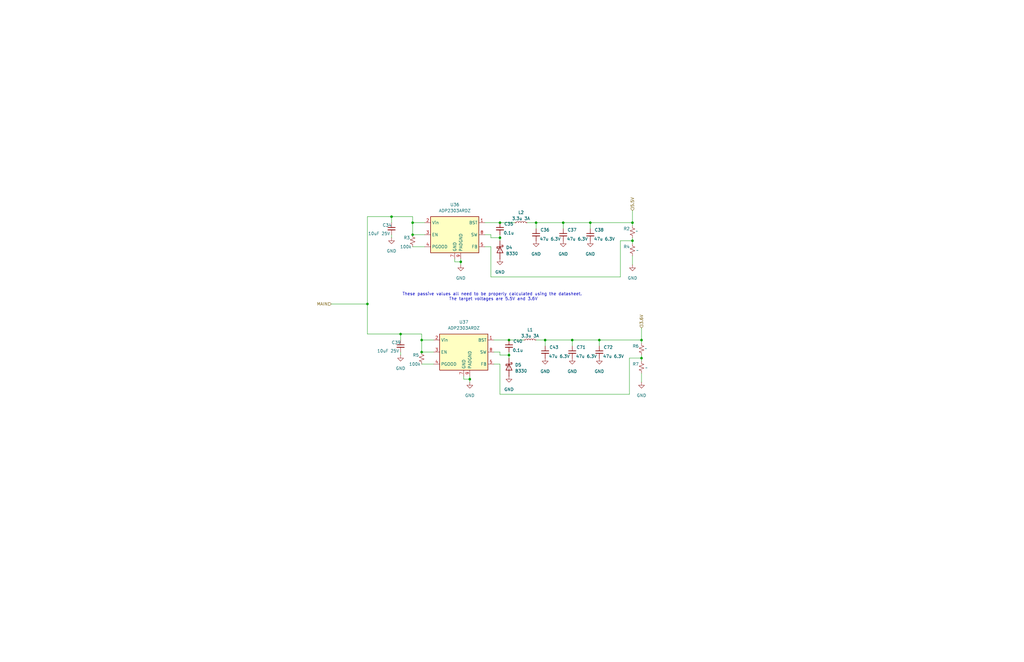
<source format=kicad_sch>
(kicad_sch
	(version 20250114)
	(generator "eeschema")
	(generator_version "9.0")
	(uuid "c493ce63-5f0e-4f7e-8352-532a4eb9255e")
	(paper "B")
	(title_block
		(title "Power Switching Regulators")
		(date "2026-01-02")
		(rev "0.-")
		(company "Andy McCann KA3KAF and Doug McCann KA3KAG")
	)
	(lib_symbols
		(symbol "Device:C_Small"
			(pin_numbers
				(hide yes)
			)
			(pin_names
				(offset 0.254)
				(hide yes)
			)
			(exclude_from_sim no)
			(in_bom yes)
			(on_board yes)
			(property "Reference" "C"
				(at 0.254 1.778 0)
				(effects
					(font
						(size 1.27 1.27)
					)
					(justify left)
				)
			)
			(property "Value" "C_Small"
				(at 0.254 -2.032 0)
				(effects
					(font
						(size 1.27 1.27)
					)
					(justify left)
				)
			)
			(property "Footprint" ""
				(at 0 0 0)
				(effects
					(font
						(size 1.27 1.27)
					)
					(hide yes)
				)
			)
			(property "Datasheet" "~"
				(at 0 0 0)
				(effects
					(font
						(size 1.27 1.27)
					)
					(hide yes)
				)
			)
			(property "Description" "Unpolarized capacitor, small symbol"
				(at 0 0 0)
				(effects
					(font
						(size 1.27 1.27)
					)
					(hide yes)
				)
			)
			(property "ki_keywords" "capacitor cap"
				(at 0 0 0)
				(effects
					(font
						(size 1.27 1.27)
					)
					(hide yes)
				)
			)
			(property "ki_fp_filters" "C_*"
				(at 0 0 0)
				(effects
					(font
						(size 1.27 1.27)
					)
					(hide yes)
				)
			)
			(symbol "C_Small_0_1"
				(polyline
					(pts
						(xy -1.524 0.508) (xy 1.524 0.508)
					)
					(stroke
						(width 0.3048)
						(type default)
					)
					(fill
						(type none)
					)
				)
				(polyline
					(pts
						(xy -1.524 -0.508) (xy 1.524 -0.508)
					)
					(stroke
						(width 0.3302)
						(type default)
					)
					(fill
						(type none)
					)
				)
			)
			(symbol "C_Small_1_1"
				(pin passive line
					(at 0 2.54 270)
					(length 2.032)
					(name "~"
						(effects
							(font
								(size 1.27 1.27)
							)
						)
					)
					(number "1"
						(effects
							(font
								(size 1.27 1.27)
							)
						)
					)
				)
				(pin passive line
					(at 0 -2.54 90)
					(length 2.032)
					(name "~"
						(effects
							(font
								(size 1.27 1.27)
							)
						)
					)
					(number "2"
						(effects
							(font
								(size 1.27 1.27)
							)
						)
					)
				)
			)
			(embedded_fonts no)
		)
		(symbol "Device:L_Small"
			(pin_numbers
				(hide yes)
			)
			(pin_names
				(offset 0.254)
				(hide yes)
			)
			(exclude_from_sim no)
			(in_bom yes)
			(on_board yes)
			(property "Reference" "L"
				(at 0.762 1.016 0)
				(effects
					(font
						(size 1.27 1.27)
					)
					(justify left)
				)
			)
			(property "Value" "L_Small"
				(at 0.762 -1.016 0)
				(effects
					(font
						(size 1.27 1.27)
					)
					(justify left)
				)
			)
			(property "Footprint" ""
				(at 0 0 0)
				(effects
					(font
						(size 1.27 1.27)
					)
					(hide yes)
				)
			)
			(property "Datasheet" "~"
				(at 0 0 0)
				(effects
					(font
						(size 1.27 1.27)
					)
					(hide yes)
				)
			)
			(property "Description" "Inductor, small symbol"
				(at 0 0 0)
				(effects
					(font
						(size 1.27 1.27)
					)
					(hide yes)
				)
			)
			(property "ki_keywords" "inductor choke coil reactor magnetic"
				(at 0 0 0)
				(effects
					(font
						(size 1.27 1.27)
					)
					(hide yes)
				)
			)
			(property "ki_fp_filters" "Choke_* *Coil* Inductor_* L_*"
				(at 0 0 0)
				(effects
					(font
						(size 1.27 1.27)
					)
					(hide yes)
				)
			)
			(symbol "L_Small_0_1"
				(arc
					(start 0 2.032)
					(mid 0.5058 1.524)
					(end 0 1.016)
					(stroke
						(width 0)
						(type default)
					)
					(fill
						(type none)
					)
				)
				(arc
					(start 0 1.016)
					(mid 0.5058 0.508)
					(end 0 0)
					(stroke
						(width 0)
						(type default)
					)
					(fill
						(type none)
					)
				)
				(arc
					(start 0 0)
					(mid 0.5058 -0.508)
					(end 0 -1.016)
					(stroke
						(width 0)
						(type default)
					)
					(fill
						(type none)
					)
				)
				(arc
					(start 0 -1.016)
					(mid 0.5058 -1.524)
					(end 0 -2.032)
					(stroke
						(width 0)
						(type default)
					)
					(fill
						(type none)
					)
				)
			)
			(symbol "L_Small_1_1"
				(pin passive line
					(at 0 2.54 270)
					(length 0.508)
					(name "~"
						(effects
							(font
								(size 1.27 1.27)
							)
						)
					)
					(number "1"
						(effects
							(font
								(size 1.27 1.27)
							)
						)
					)
				)
				(pin passive line
					(at 0 -2.54 90)
					(length 0.508)
					(name "~"
						(effects
							(font
								(size 1.27 1.27)
							)
						)
					)
					(number "2"
						(effects
							(font
								(size 1.27 1.27)
							)
						)
					)
				)
			)
			(embedded_fonts no)
		)
		(symbol "Device:R_Small_US"
			(pin_numbers
				(hide yes)
			)
			(pin_names
				(offset 0.254)
				(hide yes)
			)
			(exclude_from_sim no)
			(in_bom yes)
			(on_board yes)
			(property "Reference" "R"
				(at 0.762 0.508 0)
				(effects
					(font
						(size 1.27 1.27)
					)
					(justify left)
				)
			)
			(property "Value" "R_Small_US"
				(at 0.762 -1.016 0)
				(effects
					(font
						(size 1.27 1.27)
					)
					(justify left)
				)
			)
			(property "Footprint" ""
				(at 0 0 0)
				(effects
					(font
						(size 1.27 1.27)
					)
					(hide yes)
				)
			)
			(property "Datasheet" "~"
				(at 0 0 0)
				(effects
					(font
						(size 1.27 1.27)
					)
					(hide yes)
				)
			)
			(property "Description" "Resistor, small US symbol"
				(at 0 0 0)
				(effects
					(font
						(size 1.27 1.27)
					)
					(hide yes)
				)
			)
			(property "ki_keywords" "r resistor"
				(at 0 0 0)
				(effects
					(font
						(size 1.27 1.27)
					)
					(hide yes)
				)
			)
			(property "ki_fp_filters" "R_*"
				(at 0 0 0)
				(effects
					(font
						(size 1.27 1.27)
					)
					(hide yes)
				)
			)
			(symbol "R_Small_US_1_1"
				(polyline
					(pts
						(xy 0 1.524) (xy 1.016 1.143) (xy 0 0.762) (xy -1.016 0.381) (xy 0 0)
					)
					(stroke
						(width 0)
						(type default)
					)
					(fill
						(type none)
					)
				)
				(polyline
					(pts
						(xy 0 0) (xy 1.016 -0.381) (xy 0 -0.762) (xy -1.016 -1.143) (xy 0 -1.524)
					)
					(stroke
						(width 0)
						(type default)
					)
					(fill
						(type none)
					)
				)
				(pin passive line
					(at 0 2.54 270)
					(length 1.016)
					(name "~"
						(effects
							(font
								(size 1.27 1.27)
							)
						)
					)
					(number "1"
						(effects
							(font
								(size 1.27 1.27)
							)
						)
					)
				)
				(pin passive line
					(at 0 -2.54 90)
					(length 1.016)
					(name "~"
						(effects
							(font
								(size 1.27 1.27)
							)
						)
					)
					(number "2"
						(effects
							(font
								(size 1.27 1.27)
							)
						)
					)
				)
			)
			(embedded_fonts no)
		)
		(symbol "Diode:B330"
			(pin_numbers
				(hide yes)
			)
			(pin_names
				(offset 1.016)
				(hide yes)
			)
			(exclude_from_sim no)
			(in_bom yes)
			(on_board yes)
			(property "Reference" "D"
				(at 0 2.54 0)
				(effects
					(font
						(size 1.27 1.27)
					)
				)
			)
			(property "Value" "B330"
				(at 0 -2.54 0)
				(effects
					(font
						(size 1.27 1.27)
					)
				)
			)
			(property "Footprint" "Diode_SMD:D_SMC"
				(at 0 -4.445 0)
				(effects
					(font
						(size 1.27 1.27)
					)
					(hide yes)
				)
			)
			(property "Datasheet" "http://www.jameco.com/Jameco/Products/ProdDS/1538777.pdf"
				(at 0 0 0)
				(effects
					(font
						(size 1.27 1.27)
					)
					(hide yes)
				)
			)
			(property "Description" "30V 3A Schottky Barrier Rectifier Diode, SMC"
				(at 0 0 0)
				(effects
					(font
						(size 1.27 1.27)
					)
					(hide yes)
				)
			)
			(property "ki_keywords" "diode Schottky"
				(at 0 0 0)
				(effects
					(font
						(size 1.27 1.27)
					)
					(hide yes)
				)
			)
			(property "ki_fp_filters" "D*SMC*"
				(at 0 0 0)
				(effects
					(font
						(size 1.27 1.27)
					)
					(hide yes)
				)
			)
			(symbol "B330_0_1"
				(polyline
					(pts
						(xy -1.905 0.635) (xy -1.905 1.27) (xy -1.27 1.27) (xy -1.27 -1.27) (xy -0.635 -1.27) (xy -0.635 -0.635)
					)
					(stroke
						(width 0.254)
						(type default)
					)
					(fill
						(type none)
					)
				)
				(polyline
					(pts
						(xy 1.27 1.27) (xy 1.27 -1.27) (xy -1.27 0) (xy 1.27 1.27)
					)
					(stroke
						(width 0.254)
						(type default)
					)
					(fill
						(type none)
					)
				)
				(polyline
					(pts
						(xy 1.27 0) (xy -1.27 0)
					)
					(stroke
						(width 0)
						(type default)
					)
					(fill
						(type none)
					)
				)
			)
			(symbol "B330_1_1"
				(pin passive line
					(at -3.81 0 0)
					(length 2.54)
					(name "K"
						(effects
							(font
								(size 1.27 1.27)
							)
						)
					)
					(number "1"
						(effects
							(font
								(size 1.27 1.27)
							)
						)
					)
				)
				(pin passive line
					(at 3.81 0 180)
					(length 2.54)
					(name "A"
						(effects
							(font
								(size 1.27 1.27)
							)
						)
					)
					(number "2"
						(effects
							(font
								(size 1.27 1.27)
							)
						)
					)
				)
			)
			(embedded_fonts no)
		)
		(symbol "Regulator_Switching:ADP2303ARDZ"
			(exclude_from_sim no)
			(in_bom yes)
			(on_board yes)
			(property "Reference" "U"
				(at -10.16 8.89 0)
				(effects
					(font
						(size 1.27 1.27)
					)
					(justify left)
				)
			)
			(property "Value" "ADP2303ARDZ"
				(at -3.81 8.89 0)
				(effects
					(font
						(size 1.27 1.27)
					)
					(justify left)
				)
			)
			(property "Footprint" "Package_SO:SOIC-8-1EP_3.9x4.9mm_P1.27mm_EP2.29x3mm"
				(at 3.81 -8.89 0)
				(effects
					(font
						(size 1.27 1.27)
					)
					(justify left)
					(hide yes)
				)
			)
			(property "Datasheet" "https://www.analog.com/media/en/technical-documentation/data-sheets/ADP2302_2303.pdf"
				(at -5.08 15.24 0)
				(effects
					(font
						(size 1.27 1.27)
					)
					(hide yes)
				)
			)
			(property "Description" "Nonsynchronous Step-Down Regulator 3 Amp Vout Adjustable SOIC-8"
				(at 0 0 0)
				(effects
					(font
						(size 1.27 1.27)
					)
					(hide yes)
				)
			)
			(property "ki_keywords" "Step-Down Regulator"
				(at 0 0 0)
				(effects
					(font
						(size 1.27 1.27)
					)
					(hide yes)
				)
			)
			(property "ki_fp_filters" "SOIC*1EP*3.9x4.9mm*P1.27mm*"
				(at 0 0 0)
				(effects
					(font
						(size 1.27 1.27)
					)
					(hide yes)
				)
			)
			(symbol "ADP2303ARDZ_0_1"
				(rectangle
					(start -10.16 7.62)
					(end 10.16 -7.62)
					(stroke
						(width 0.254)
						(type default)
					)
					(fill
						(type background)
					)
				)
			)
			(symbol "ADP2303ARDZ_1_1"
				(pin power_in line
					(at -12.7 5.08 0)
					(length 2.54)
					(name "Vin"
						(effects
							(font
								(size 1.27 1.27)
							)
						)
					)
					(number "2"
						(effects
							(font
								(size 1.27 1.27)
							)
						)
					)
				)
				(pin input line
					(at -12.7 0 0)
					(length 2.54)
					(name "EN"
						(effects
							(font
								(size 1.27 1.27)
							)
						)
					)
					(number "3"
						(effects
							(font
								(size 1.27 1.27)
							)
						)
					)
				)
				(pin output line
					(at -12.7 -5.08 0)
					(length 2.54)
					(name "PGOOD"
						(effects
							(font
								(size 1.27 1.27)
							)
						)
					)
					(number "4"
						(effects
							(font
								(size 1.27 1.27)
							)
						)
					)
				)
				(pin no_connect line
					(at -10.16 2.54 0)
					(length 2.54)
					(hide yes)
					(name "NC"
						(effects
							(font
								(size 1.27 1.27)
							)
						)
					)
					(number "6"
						(effects
							(font
								(size 1.27 1.27)
							)
						)
					)
				)
				(pin power_in line
					(at 0 -10.16 90)
					(length 2.54)
					(name "GND"
						(effects
							(font
								(size 1.27 1.27)
							)
						)
					)
					(number "7"
						(effects
							(font
								(size 1.27 1.27)
							)
						)
					)
				)
				(pin power_in line
					(at 2.54 -10.16 90)
					(length 2.54)
					(name "PADGND"
						(effects
							(font
								(size 1.27 1.27)
							)
						)
					)
					(number "9"
						(effects
							(font
								(size 1.27 1.27)
							)
						)
					)
				)
				(pin input line
					(at 12.7 5.08 180)
					(length 2.54)
					(name "BST"
						(effects
							(font
								(size 1.27 1.27)
							)
						)
					)
					(number "1"
						(effects
							(font
								(size 1.27 1.27)
							)
						)
					)
				)
				(pin power_out line
					(at 12.7 0 180)
					(length 2.54)
					(name "SW"
						(effects
							(font
								(size 1.27 1.27)
							)
						)
					)
					(number "8"
						(effects
							(font
								(size 1.27 1.27)
							)
						)
					)
				)
				(pin input line
					(at 12.7 -5.08 180)
					(length 2.54)
					(name "FB"
						(effects
							(font
								(size 1.27 1.27)
							)
						)
					)
					(number "5"
						(effects
							(font
								(size 1.27 1.27)
							)
						)
					)
				)
			)
			(embedded_fonts no)
		)
		(symbol "power:GND"
			(power)
			(pin_numbers
				(hide yes)
			)
			(pin_names
				(offset 0)
				(hide yes)
			)
			(exclude_from_sim no)
			(in_bom yes)
			(on_board yes)
			(property "Reference" "#PWR"
				(at 0 -6.35 0)
				(effects
					(font
						(size 1.27 1.27)
					)
					(hide yes)
				)
			)
			(property "Value" "GND"
				(at 0 -3.81 0)
				(effects
					(font
						(size 1.27 1.27)
					)
				)
			)
			(property "Footprint" ""
				(at 0 0 0)
				(effects
					(font
						(size 1.27 1.27)
					)
					(hide yes)
				)
			)
			(property "Datasheet" ""
				(at 0 0 0)
				(effects
					(font
						(size 1.27 1.27)
					)
					(hide yes)
				)
			)
			(property "Description" "Power symbol creates a global label with name \"GND\" , ground"
				(at 0 0 0)
				(effects
					(font
						(size 1.27 1.27)
					)
					(hide yes)
				)
			)
			(property "ki_keywords" "global power"
				(at 0 0 0)
				(effects
					(font
						(size 1.27 1.27)
					)
					(hide yes)
				)
			)
			(symbol "GND_0_1"
				(polyline
					(pts
						(xy 0 0) (xy 0 -1.27) (xy 1.27 -1.27) (xy 0 -2.54) (xy -1.27 -1.27) (xy 0 -1.27)
					)
					(stroke
						(width 0)
						(type default)
					)
					(fill
						(type none)
					)
				)
			)
			(symbol "GND_1_1"
				(pin power_in line
					(at 0 0 270)
					(length 0)
					(name "~"
						(effects
							(font
								(size 1.27 1.27)
							)
						)
					)
					(number "1"
						(effects
							(font
								(size 1.27 1.27)
							)
						)
					)
				)
			)
			(embedded_fonts no)
		)
	)
	(text "These passive values all need to be properly calculated using the datasheet. \nThe target voltages are 5.5V and 3.6V"
		(exclude_from_sim no)
		(at 208.026 125.222 0)
		(effects
			(font
				(size 1.27 1.27)
			)
		)
		(uuid "937b0bfe-3a68-481d-81ef-3e05c009b74c")
	)
	(junction
		(at 266.7 101.6)
		(diameter 0)
		(color 0 0 0 0)
		(uuid "13c7228e-e9d4-4f74-847a-8a7b4d7f0f4e")
	)
	(junction
		(at 210.82 100.33)
		(diameter 0)
		(color 0 0 0 0)
		(uuid "33ce84da-1501-434f-a06b-3a20ecec4f3e")
	)
	(junction
		(at 229.87 143.51)
		(diameter 0)
		(color 0 0 0 0)
		(uuid "35ada53f-2c8d-43e0-b3c1-c28d4dd85159")
	)
	(junction
		(at 154.94 128.27)
		(diameter 0)
		(color 0 0 0 0)
		(uuid "39c6a90a-14ca-47fb-9f91-340a84a54535")
	)
	(junction
		(at 270.51 143.51)
		(diameter 0)
		(color 0 0 0 0)
		(uuid "4162ceef-5fcb-437e-aa17-616a1c8b97f3")
	)
	(junction
		(at 168.91 140.97)
		(diameter 0)
		(color 0 0 0 0)
		(uuid "4c9d9bb1-6592-446f-9b6f-64dc3592bf9d")
	)
	(junction
		(at 252.73 143.51)
		(diameter 0)
		(color 0 0 0 0)
		(uuid "4de9d599-203a-4894-aa03-9fcecb31d0c3")
	)
	(junction
		(at 198.12 160.02)
		(diameter 0)
		(color 0 0 0 0)
		(uuid "55a648c7-cdf3-4f06-81eb-51416e9992ec")
	)
	(junction
		(at 173.99 99.06)
		(diameter 0)
		(color 0 0 0 0)
		(uuid "60249ca7-54c1-4963-8ded-3774f2a57146")
	)
	(junction
		(at 248.92 93.98)
		(diameter 0)
		(color 0 0 0 0)
		(uuid "6db3dce5-1b29-4f00-8870-0f4a4719bce1")
	)
	(junction
		(at 214.63 143.51)
		(diameter 0)
		(color 0 0 0 0)
		(uuid "6e16611c-43de-43c8-adc1-0112978898b3")
	)
	(junction
		(at 173.99 93.98)
		(diameter 0)
		(color 0 0 0 0)
		(uuid "71284ae6-0a5d-418c-96f2-57d453b112cb")
	)
	(junction
		(at 266.7 93.98)
		(diameter 0)
		(color 0 0 0 0)
		(uuid "8c2f99a3-6883-4759-b916-31ec12aded66")
	)
	(junction
		(at 241.3 143.51)
		(diameter 0)
		(color 0 0 0 0)
		(uuid "95fb8c79-79fd-4c5d-9120-6e0de818657d")
	)
	(junction
		(at 226.06 93.98)
		(diameter 0)
		(color 0 0 0 0)
		(uuid "965cdb01-6a68-4c0a-9e36-6798f0b7316e")
	)
	(junction
		(at 177.8 148.59)
		(diameter 0)
		(color 0 0 0 0)
		(uuid "9b066f3d-0840-4ca5-83e6-c428cde7357b")
	)
	(junction
		(at 214.63 149.86)
		(diameter 0)
		(color 0 0 0 0)
		(uuid "aa6a2b5e-25df-4c58-ac92-6388582c53a1")
	)
	(junction
		(at 270.51 151.13)
		(diameter 0)
		(color 0 0 0 0)
		(uuid "c80fef79-6970-4b61-a08d-e8885ffd3ac2")
	)
	(junction
		(at 165.1 91.44)
		(diameter 0)
		(color 0 0 0 0)
		(uuid "d0fd3fc5-05af-4da6-bbb1-13f1602cdc42")
	)
	(junction
		(at 177.8 143.51)
		(diameter 0)
		(color 0 0 0 0)
		(uuid "d5c5cb85-f345-4b5d-93df-859758085e5a")
	)
	(junction
		(at 237.49 93.98)
		(diameter 0)
		(color 0 0 0 0)
		(uuid "dc8a0fc9-3b34-4b9c-9c01-240dd8d57c66")
	)
	(junction
		(at 210.82 93.98)
		(diameter 0)
		(color 0 0 0 0)
		(uuid "e9d729b1-f5ff-4d21-8c55-932e4e75e377")
	)
	(junction
		(at 194.31 110.49)
		(diameter 0)
		(color 0 0 0 0)
		(uuid "fb37b6fd-4e2a-4423-be91-28f4aefe11df")
	)
	(wire
		(pts
			(xy 270.51 144.78) (xy 270.51 143.51)
		)
		(stroke
			(width 0)
			(type default)
		)
		(uuid "0cec8d05-7551-4bd2-9927-b2c88f074c15")
	)
	(wire
		(pts
			(xy 270.51 157.48) (xy 270.51 161.29)
		)
		(stroke
			(width 0)
			(type default)
		)
		(uuid "10f36fb6-29a4-440c-9eed-bdd3fee1f864")
	)
	(wire
		(pts
			(xy 210.82 149.86) (xy 214.63 149.86)
		)
		(stroke
			(width 0)
			(type default)
		)
		(uuid "115f5181-0d2f-442e-98ef-f31647a4cf4e")
	)
	(wire
		(pts
			(xy 177.8 140.97) (xy 177.8 143.51)
		)
		(stroke
			(width 0)
			(type default)
		)
		(uuid "11935cb7-c2d9-43d5-adf3-3f36b83f655d")
	)
	(wire
		(pts
			(xy 194.31 110.49) (xy 194.31 111.76)
		)
		(stroke
			(width 0)
			(type default)
		)
		(uuid "147b61f6-fd92-477e-8116-4d312fbfded9")
	)
	(wire
		(pts
			(xy 154.94 128.27) (xy 154.94 91.44)
		)
		(stroke
			(width 0)
			(type default)
		)
		(uuid "1a04c5db-6b5d-461a-82d3-357f98766064")
	)
	(wire
		(pts
			(xy 195.58 158.75) (xy 195.58 160.02)
		)
		(stroke
			(width 0)
			(type default)
		)
		(uuid "1d06b431-a1b9-4408-987d-e2d38188b80d")
	)
	(wire
		(pts
			(xy 214.63 151.13) (xy 214.63 149.86)
		)
		(stroke
			(width 0)
			(type default)
		)
		(uuid "247e011d-f1ef-4032-a17a-bac874594fd0")
	)
	(wire
		(pts
			(xy 165.1 99.06) (xy 165.1 100.33)
		)
		(stroke
			(width 0)
			(type default)
		)
		(uuid "2b25f431-97c9-45b2-a927-a3d631b0d874")
	)
	(wire
		(pts
			(xy 210.82 93.98) (xy 217.17 93.98)
		)
		(stroke
			(width 0)
			(type default)
		)
		(uuid "2dc34e3a-b1ed-4938-bb61-bf28a0e954ee")
	)
	(wire
		(pts
			(xy 210.82 101.6) (xy 210.82 100.33)
		)
		(stroke
			(width 0)
			(type default)
		)
		(uuid "31006368-d204-4f41-b432-69ab949f6442")
	)
	(wire
		(pts
			(xy 177.8 148.59) (xy 177.8 143.51)
		)
		(stroke
			(width 0)
			(type default)
		)
		(uuid "35f8c7ec-d456-48e2-a143-04b3df27d492")
	)
	(wire
		(pts
			(xy 198.12 160.02) (xy 198.12 161.29)
		)
		(stroke
			(width 0)
			(type default)
		)
		(uuid "39ed6d01-0431-45c5-9199-323461094789")
	)
	(wire
		(pts
			(xy 266.7 88.9) (xy 266.7 93.98)
		)
		(stroke
			(width 0)
			(type default)
		)
		(uuid "3db240a7-528e-4631-bed2-c35612f80ebc")
	)
	(wire
		(pts
			(xy 266.7 95.25) (xy 266.7 93.98)
		)
		(stroke
			(width 0)
			(type default)
		)
		(uuid "4ce7cb7f-ea70-49dc-b7f9-6622ba54753b")
	)
	(wire
		(pts
			(xy 207.01 116.84) (xy 207.01 104.14)
		)
		(stroke
			(width 0)
			(type default)
		)
		(uuid "4dcea5fd-c069-49c1-bdf3-bfcb885c2dba")
	)
	(wire
		(pts
			(xy 265.43 166.37) (xy 265.43 151.13)
		)
		(stroke
			(width 0)
			(type default)
		)
		(uuid "4e567600-10b0-45f0-9961-c554e392cf81")
	)
	(wire
		(pts
			(xy 173.99 93.98) (xy 179.07 93.98)
		)
		(stroke
			(width 0)
			(type default)
		)
		(uuid "5038b59c-2969-48b3-929e-17f297729448")
	)
	(wire
		(pts
			(xy 177.8 140.97) (xy 168.91 140.97)
		)
		(stroke
			(width 0)
			(type default)
		)
		(uuid "521710af-db5b-41a6-8870-fc2175311e15")
	)
	(wire
		(pts
			(xy 226.06 143.51) (xy 229.87 143.51)
		)
		(stroke
			(width 0)
			(type default)
		)
		(uuid "5280f8d2-d2cc-4bfd-9989-64669e402d10")
	)
	(wire
		(pts
			(xy 154.94 128.27) (xy 139.7 128.27)
		)
		(stroke
			(width 0)
			(type default)
		)
		(uuid "56653b83-4f2a-4dc1-9d7f-70366c49d475")
	)
	(wire
		(pts
			(xy 208.28 143.51) (xy 214.63 143.51)
		)
		(stroke
			(width 0)
			(type default)
		)
		(uuid "5ace8008-90c4-48ef-9cfa-0ae251b4f4e9")
	)
	(wire
		(pts
			(xy 270.51 151.13) (xy 270.51 152.4)
		)
		(stroke
			(width 0)
			(type default)
		)
		(uuid "5d9b3c1b-267f-42a8-8dfa-16265e4b8bb6")
	)
	(wire
		(pts
			(xy 248.92 93.98) (xy 248.92 96.52)
		)
		(stroke
			(width 0)
			(type default)
		)
		(uuid "5ff1a282-3cbd-462b-9ca9-bb44f628ae49")
	)
	(wire
		(pts
			(xy 207.01 104.14) (xy 204.47 104.14)
		)
		(stroke
			(width 0)
			(type default)
		)
		(uuid "648edf10-cb5b-459b-a4e0-ef483d71d7d5")
	)
	(wire
		(pts
			(xy 237.49 93.98) (xy 248.92 93.98)
		)
		(stroke
			(width 0)
			(type default)
		)
		(uuid "68aa73fb-791d-4930-940a-c9f0d7b0cb0c")
	)
	(wire
		(pts
			(xy 173.99 91.44) (xy 165.1 91.44)
		)
		(stroke
			(width 0)
			(type default)
		)
		(uuid "6a2092d9-6cfa-427e-8e6d-5c6c867a5cb4")
	)
	(wire
		(pts
			(xy 168.91 148.59) (xy 168.91 149.86)
		)
		(stroke
			(width 0)
			(type default)
		)
		(uuid "6a293fc2-deb7-4c66-8cdb-930e5f11803c")
	)
	(wire
		(pts
			(xy 173.99 104.14) (xy 179.07 104.14)
		)
		(stroke
			(width 0)
			(type default)
		)
		(uuid "6bac9692-38a7-4012-acfd-322fd7f31cd2")
	)
	(wire
		(pts
			(xy 265.43 151.13) (xy 270.51 151.13)
		)
		(stroke
			(width 0)
			(type default)
		)
		(uuid "6c18b2b4-3bcc-48b4-ac20-2661b4115a9a")
	)
	(wire
		(pts
			(xy 270.51 138.43) (xy 270.51 143.51)
		)
		(stroke
			(width 0)
			(type default)
		)
		(uuid "6d354223-7008-45d4-adfd-939bc5cdc896")
	)
	(wire
		(pts
			(xy 177.8 148.59) (xy 182.88 148.59)
		)
		(stroke
			(width 0)
			(type default)
		)
		(uuid "6f874414-c3eb-44fd-bca3-eee67b0256ac")
	)
	(wire
		(pts
			(xy 241.3 143.51) (xy 241.3 146.05)
		)
		(stroke
			(width 0)
			(type default)
		)
		(uuid "756ec05e-d0eb-4be8-ae52-840cdfa8fb1c")
	)
	(wire
		(pts
			(xy 210.82 166.37) (xy 210.82 153.67)
		)
		(stroke
			(width 0)
			(type default)
		)
		(uuid "7ddf69e9-4346-471f-8129-23c40345ab43")
	)
	(wire
		(pts
			(xy 266.7 101.6) (xy 266.7 102.87)
		)
		(stroke
			(width 0)
			(type default)
		)
		(uuid "83393978-5624-4bff-a75e-e9f69b69aa2e")
	)
	(wire
		(pts
			(xy 266.7 93.98) (xy 248.92 93.98)
		)
		(stroke
			(width 0)
			(type default)
		)
		(uuid "83f7d4c8-b258-4926-8f39-2ca4d29a0556")
	)
	(wire
		(pts
			(xy 229.87 143.51) (xy 229.87 146.05)
		)
		(stroke
			(width 0)
			(type default)
		)
		(uuid "88596260-2b0e-4a26-b225-32ca9bf3a790")
	)
	(wire
		(pts
			(xy 270.51 143.51) (xy 252.73 143.51)
		)
		(stroke
			(width 0)
			(type default)
		)
		(uuid "88d2de7e-788c-450e-8b4c-ae98fa5fa9e5")
	)
	(wire
		(pts
			(xy 168.91 140.97) (xy 154.94 140.97)
		)
		(stroke
			(width 0)
			(type default)
		)
		(uuid "8b1bcdd0-df56-4b0d-bb45-b6d9f28bcd73")
	)
	(wire
		(pts
			(xy 173.99 99.06) (xy 179.07 99.06)
		)
		(stroke
			(width 0)
			(type default)
		)
		(uuid "8ed3966d-4f9f-45fd-a238-302bfe9e7836")
	)
	(wire
		(pts
			(xy 214.63 143.51) (xy 220.98 143.51)
		)
		(stroke
			(width 0)
			(type default)
		)
		(uuid "97ca6fb9-7716-45d5-91b7-917332cb1308")
	)
	(wire
		(pts
			(xy 154.94 140.97) (xy 154.94 128.27)
		)
		(stroke
			(width 0)
			(type default)
		)
		(uuid "9871d07e-0d06-4f2e-8cc9-e8103aaabbb9")
	)
	(wire
		(pts
			(xy 226.06 93.98) (xy 226.06 96.52)
		)
		(stroke
			(width 0)
			(type default)
		)
		(uuid "9ee484bf-9bb4-4af8-96b0-f73073e83366")
	)
	(wire
		(pts
			(xy 198.12 158.75) (xy 198.12 160.02)
		)
		(stroke
			(width 0)
			(type default)
		)
		(uuid "a0c6b847-6cae-48bc-bbb0-8a6f768877e7")
	)
	(wire
		(pts
			(xy 208.28 148.59) (xy 210.82 148.59)
		)
		(stroke
			(width 0)
			(type default)
		)
		(uuid "a14dc141-6bee-427b-8ecc-a568d186ac01")
	)
	(wire
		(pts
			(xy 204.47 99.06) (xy 207.01 99.06)
		)
		(stroke
			(width 0)
			(type default)
		)
		(uuid "a36e7742-f22b-4a3a-a39b-d32c5ab866cc")
	)
	(wire
		(pts
			(xy 207.01 116.84) (xy 261.62 116.84)
		)
		(stroke
			(width 0)
			(type default)
		)
		(uuid "a3c88822-17aa-426f-a548-0077c84a4c09")
	)
	(wire
		(pts
			(xy 207.01 100.33) (xy 210.82 100.33)
		)
		(stroke
			(width 0)
			(type default)
		)
		(uuid "a92c9c8d-e65f-4878-a773-bf460f263085")
	)
	(wire
		(pts
			(xy 270.51 149.86) (xy 270.51 151.13)
		)
		(stroke
			(width 0)
			(type default)
		)
		(uuid "aecddf2b-b92b-4b17-8965-f5a73f086eed")
	)
	(wire
		(pts
			(xy 229.87 143.51) (xy 241.3 143.51)
		)
		(stroke
			(width 0)
			(type default)
		)
		(uuid "b052716f-3e48-4a32-942a-15620de2395f")
	)
	(wire
		(pts
			(xy 241.3 143.51) (xy 252.73 143.51)
		)
		(stroke
			(width 0)
			(type default)
		)
		(uuid "b334bb00-3ea7-4fc9-93c4-e8efc91ec78d")
	)
	(wire
		(pts
			(xy 194.31 109.22) (xy 194.31 110.49)
		)
		(stroke
			(width 0)
			(type default)
		)
		(uuid "b550bda9-6b37-4aac-ae26-bc785535dcb0")
	)
	(wire
		(pts
			(xy 237.49 93.98) (xy 237.49 96.52)
		)
		(stroke
			(width 0)
			(type default)
		)
		(uuid "b9324f87-c5d0-4aee-a986-a8e4c9f81d47")
	)
	(wire
		(pts
			(xy 252.73 143.51) (xy 252.73 146.05)
		)
		(stroke
			(width 0)
			(type default)
		)
		(uuid "bc9a5bce-7141-4682-9c1e-73a1cdfe7795")
	)
	(wire
		(pts
			(xy 191.77 109.22) (xy 191.77 110.49)
		)
		(stroke
			(width 0)
			(type default)
		)
		(uuid "bd0fe050-f0ba-4fc7-aca6-1b58041bf235")
	)
	(wire
		(pts
			(xy 226.06 93.98) (xy 237.49 93.98)
		)
		(stroke
			(width 0)
			(type default)
		)
		(uuid "c77de0dc-f001-4652-a899-aa3f92b159fe")
	)
	(wire
		(pts
			(xy 210.82 153.67) (xy 208.28 153.67)
		)
		(stroke
			(width 0)
			(type default)
		)
		(uuid "c83fede2-8d3f-4221-894c-1995d28389e6")
	)
	(wire
		(pts
			(xy 173.99 99.06) (xy 173.99 93.98)
		)
		(stroke
			(width 0)
			(type default)
		)
		(uuid "c93fcae5-5d2a-4d53-b274-f8cff1b802fb")
	)
	(wire
		(pts
			(xy 165.1 91.44) (xy 165.1 93.98)
		)
		(stroke
			(width 0)
			(type default)
		)
		(uuid "cae61709-648f-4f49-bb8b-a225ca43800a")
	)
	(wire
		(pts
			(xy 154.94 91.44) (xy 165.1 91.44)
		)
		(stroke
			(width 0)
			(type default)
		)
		(uuid "d1970431-d898-425b-affe-2dff676b4f73")
	)
	(wire
		(pts
			(xy 168.91 140.97) (xy 168.91 143.51)
		)
		(stroke
			(width 0)
			(type default)
		)
		(uuid "d8007e3a-8285-4d47-b486-835044b0f92d")
	)
	(wire
		(pts
			(xy 266.7 100.33) (xy 266.7 101.6)
		)
		(stroke
			(width 0)
			(type default)
		)
		(uuid "d9437c17-8258-480d-9217-35cd7decf110")
	)
	(wire
		(pts
			(xy 173.99 91.44) (xy 173.99 93.98)
		)
		(stroke
			(width 0)
			(type default)
		)
		(uuid "d9e56d63-0240-48e9-9059-257f8f0c3279")
	)
	(wire
		(pts
			(xy 214.63 149.86) (xy 214.63 148.59)
		)
		(stroke
			(width 0)
			(type default)
		)
		(uuid "da558103-312a-4628-97fc-51336557e2e7")
	)
	(wire
		(pts
			(xy 261.62 116.84) (xy 261.62 101.6)
		)
		(stroke
			(width 0)
			(type default)
		)
		(uuid "e0485338-089c-4920-99df-5580635b0689")
	)
	(wire
		(pts
			(xy 177.8 153.67) (xy 182.88 153.67)
		)
		(stroke
			(width 0)
			(type default)
		)
		(uuid "e614aa06-5863-431b-97a8-e4674ff45edc")
	)
	(wire
		(pts
			(xy 198.12 160.02) (xy 195.58 160.02)
		)
		(stroke
			(width 0)
			(type default)
		)
		(uuid "e6d07281-8c22-4a87-b78a-d8bd354fd90c")
	)
	(wire
		(pts
			(xy 194.31 110.49) (xy 191.77 110.49)
		)
		(stroke
			(width 0)
			(type default)
		)
		(uuid "eb26826c-4a6d-4953-add0-fdf97f6bdaef")
	)
	(wire
		(pts
			(xy 222.25 93.98) (xy 226.06 93.98)
		)
		(stroke
			(width 0)
			(type default)
		)
		(uuid "ec4ca521-0c1b-4183-9d2b-fdf1fbc610b2")
	)
	(wire
		(pts
			(xy 207.01 99.06) (xy 207.01 100.33)
		)
		(stroke
			(width 0)
			(type default)
		)
		(uuid "ece5268e-b2c3-42c8-a998-e1df1cf358b8")
	)
	(wire
		(pts
			(xy 204.47 93.98) (xy 210.82 93.98)
		)
		(stroke
			(width 0)
			(type default)
		)
		(uuid "edafbba5-8fc2-4d18-88f0-0eba0c547346")
	)
	(wire
		(pts
			(xy 210.82 148.59) (xy 210.82 149.86)
		)
		(stroke
			(width 0)
			(type default)
		)
		(uuid "ef08bf38-42ea-49cc-8818-ade3ceb24689")
	)
	(wire
		(pts
			(xy 210.82 166.37) (xy 265.43 166.37)
		)
		(stroke
			(width 0)
			(type default)
		)
		(uuid "f13a4e8d-d981-4528-af66-f5d9dc13e482")
	)
	(wire
		(pts
			(xy 261.62 101.6) (xy 266.7 101.6)
		)
		(stroke
			(width 0)
			(type default)
		)
		(uuid "f25ca5a0-2337-434a-824a-250fa33d023a")
	)
	(wire
		(pts
			(xy 266.7 107.95) (xy 266.7 111.76)
		)
		(stroke
			(width 0)
			(type default)
		)
		(uuid "f7239aca-e2b7-4167-bea8-c45dd738bdad")
	)
	(wire
		(pts
			(xy 177.8 143.51) (xy 182.88 143.51)
		)
		(stroke
			(width 0)
			(type default)
		)
		(uuid "fb3b27a2-501c-47b2-9524-0be2272b7f04")
	)
	(wire
		(pts
			(xy 210.82 100.33) (xy 210.82 99.06)
		)
		(stroke
			(width 0)
			(type default)
		)
		(uuid "fffcf4e1-a190-4769-8eab-91e0f7f8174e")
	)
	(hierarchical_label "MAIN"
		(shape input)
		(at 139.7 128.27 180)
		(effects
			(font
				(size 1.27 1.27)
			)
			(justify right)
		)
		(uuid "2db21e4d-1f28-46ef-ab88-b7cf62e90ce3")
	)
	(hierarchical_label "3.6V"
		(shape input)
		(at 270.51 138.43 90)
		(effects
			(font
				(size 1.27 1.27)
			)
			(justify left)
		)
		(uuid "40970cb5-6f4d-48ae-a851-8f13db136c1f")
	)
	(hierarchical_label "5.5V"
		(shape input)
		(at 266.7 88.9 90)
		(effects
			(font
				(size 1.27 1.27)
			)
			(justify left)
		)
		(uuid "e8bbe64c-4c8e-44d9-9238-2cb3fd0ab68e")
	)
	(symbol
		(lib_id "power:GND")
		(at 226.06 101.6 0)
		(unit 1)
		(exclude_from_sim no)
		(in_bom yes)
		(on_board yes)
		(dnp no)
		(fields_autoplaced yes)
		(uuid "0d2d4e95-f908-4f88-88f3-c3dab98b6172")
		(property "Reference" "#PWR036"
			(at 226.06 107.95 0)
			(effects
				(font
					(size 1.27 1.27)
				)
				(hide yes)
			)
		)
		(property "Value" "GND"
			(at 226.06 107.188 0)
			(effects
				(font
					(size 1.27 1.27)
				)
			)
		)
		(property "Footprint" ""
			(at 226.06 101.6 0)
			(effects
				(font
					(size 1.27 1.27)
				)
				(hide yes)
			)
		)
		(property "Datasheet" ""
			(at 226.06 101.6 0)
			(effects
				(font
					(size 1.27 1.27)
				)
				(hide yes)
			)
		)
		(property "Description" ""
			(at 226.06 101.6 0)
			(effects
				(font
					(size 1.27 1.27)
				)
			)
		)
		(pin "1"
			(uuid "91ab4982-0337-4804-9315-7ffae07fdd10")
		)
		(instances
			(project "sdr_12p"
				(path "/fe42ca2f-2bb8-4d5a-9e84-807788ed632f/3655e9dc-6764-4ce9-aa9b-ed58af2a1dde"
					(reference "#PWR036")
					(unit 1)
				)
			)
		)
	)
	(symbol
		(lib_id "Device:C_Small")
		(at 165.1 96.52 0)
		(unit 1)
		(exclude_from_sim no)
		(in_bom yes)
		(on_board yes)
		(dnp no)
		(uuid "123279c4-4b90-47d6-a6a2-0cb483761a1a")
		(property "Reference" "C34"
			(at 161.29 94.996 0)
			(effects
				(font
					(size 1.27 1.27)
				)
				(justify left)
			)
		)
		(property "Value" "10uF 25V"
			(at 155.194 98.552 0)
			(effects
				(font
					(size 1.27 1.27)
				)
				(justify left)
			)
		)
		(property "Footprint" "Capacitor_SMD:C_0603_1608Metric"
			(at 165.1 96.52 0)
			(effects
				(font
					(size 1.27 1.27)
				)
				(hide yes)
			)
		)
		(property "Datasheet" "~"
			(at 165.1 96.52 0)
			(effects
				(font
					(size 1.27 1.27)
				)
				(hide yes)
			)
		)
		(property "Description" ""
			(at 165.1 96.52 0)
			(effects
				(font
					(size 1.27 1.27)
				)
			)
		)
		(pin "1"
			(uuid "1267da8b-b593-4b07-97de-70f51c93fecd")
		)
		(pin "2"
			(uuid "53f23218-f92c-4334-b13b-3847fdcec7b8")
		)
		(instances
			(project "sdr_12p"
				(path "/fe42ca2f-2bb8-4d5a-9e84-807788ed632f/3655e9dc-6764-4ce9-aa9b-ed58af2a1dde"
					(reference "C34")
					(unit 1)
				)
			)
		)
	)
	(symbol
		(lib_id "power:GND")
		(at 165.1 100.33 0)
		(unit 1)
		(exclude_from_sim no)
		(in_bom yes)
		(on_board yes)
		(dnp no)
		(fields_autoplaced yes)
		(uuid "159dd982-0ec5-4efd-b6ee-5f2de5e81c2e")
		(property "Reference" "#PWR032"
			(at 165.1 106.68 0)
			(effects
				(font
					(size 1.27 1.27)
				)
				(hide yes)
			)
		)
		(property "Value" "GND"
			(at 165.1 105.918 0)
			(effects
				(font
					(size 1.27 1.27)
				)
			)
		)
		(property "Footprint" ""
			(at 165.1 100.33 0)
			(effects
				(font
					(size 1.27 1.27)
				)
				(hide yes)
			)
		)
		(property "Datasheet" ""
			(at 165.1 100.33 0)
			(effects
				(font
					(size 1.27 1.27)
				)
				(hide yes)
			)
		)
		(property "Description" ""
			(at 165.1 100.33 0)
			(effects
				(font
					(size 1.27 1.27)
				)
			)
		)
		(pin "1"
			(uuid "331c64ba-a056-4001-a29b-e42b7d6c0865")
		)
		(instances
			(project "sdr_12p"
				(path "/fe42ca2f-2bb8-4d5a-9e84-807788ed632f/3655e9dc-6764-4ce9-aa9b-ed58af2a1dde"
					(reference "#PWR032")
					(unit 1)
				)
			)
		)
	)
	(symbol
		(lib_id "Device:R_Small_US")
		(at 173.99 101.6 0)
		(unit 1)
		(exclude_from_sim no)
		(in_bom yes)
		(on_board yes)
		(dnp no)
		(uuid "23877ae0-945b-4ca4-af77-e330123995f9")
		(property "Reference" "R3"
			(at 170.18 100.33 0)
			(effects
				(font
					(size 1.27 1.27)
				)
				(justify left)
			)
		)
		(property "Value" "100k"
			(at 168.656 104.14 0)
			(effects
				(font
					(size 1.27 1.27)
				)
				(justify left)
			)
		)
		(property "Footprint" "Resistor_SMD:R_0603_1608Metric"
			(at 173.99 101.6 0)
			(effects
				(font
					(size 1.27 1.27)
				)
				(hide yes)
			)
		)
		(property "Datasheet" "~"
			(at 173.99 101.6 0)
			(effects
				(font
					(size 1.27 1.27)
				)
				(hide yes)
			)
		)
		(property "Description" ""
			(at 173.99 101.6 0)
			(effects
				(font
					(size 1.27 1.27)
				)
			)
		)
		(pin "1"
			(uuid "5d0ec8db-78da-4101-abb6-b67127547697")
		)
		(pin "2"
			(uuid "87a78809-9465-47fe-aad2-eb21a2dd93ca")
		)
		(instances
			(project "sdr_12p"
				(path "/fe42ca2f-2bb8-4d5a-9e84-807788ed632f/3655e9dc-6764-4ce9-aa9b-ed58af2a1dde"
					(reference "R3")
					(unit 1)
				)
			)
		)
	)
	(symbol
		(lib_id "Device:R_Small_US")
		(at 266.7 105.41 0)
		(unit 1)
		(exclude_from_sim no)
		(in_bom yes)
		(on_board yes)
		(dnp no)
		(uuid "259563f7-e0c0-4936-9e0a-abb32cae5b00")
		(property "Reference" "R4"
			(at 262.89 104.14 0)
			(effects
				(font
					(size 1.27 1.27)
				)
				(justify left)
			)
		)
		(property "Value" "~"
			(at 268.224 105.664 0)
			(effects
				(font
					(size 1.27 1.27)
				)
				(justify left)
			)
		)
		(property "Footprint" "Resistor_SMD:R_0603_1608Metric"
			(at 266.7 105.41 0)
			(effects
				(font
					(size 1.27 1.27)
				)
				(hide yes)
			)
		)
		(property "Datasheet" "~"
			(at 266.7 105.41 0)
			(effects
				(font
					(size 1.27 1.27)
				)
				(hide yes)
			)
		)
		(property "Description" ""
			(at 266.7 105.41 0)
			(effects
				(font
					(size 1.27 1.27)
				)
			)
		)
		(pin "1"
			(uuid "8ca3016c-f0d4-43ea-bd47-d9cb965fbe82")
		)
		(pin "2"
			(uuid "e017e807-ac2f-4eee-a1ad-c5e923a79b0a")
		)
		(instances
			(project "sdr_12p"
				(path "/fe42ca2f-2bb8-4d5a-9e84-807788ed632f/3655e9dc-6764-4ce9-aa9b-ed58af2a1dde"
					(reference "R4")
					(unit 1)
				)
			)
		)
	)
	(symbol
		(lib_id "Device:R_Small_US")
		(at 270.51 147.32 0)
		(unit 1)
		(exclude_from_sim no)
		(in_bom yes)
		(on_board yes)
		(dnp no)
		(uuid "304d0bfd-9d3f-4062-9865-d491c96a73ce")
		(property "Reference" "R6"
			(at 266.7 146.05 0)
			(effects
				(font
					(size 1.27 1.27)
				)
				(justify left)
			)
		)
		(property "Value" "~"
			(at 271.78 147.066 0)
			(effects
				(font
					(size 1.27 1.27)
				)
				(justify left)
			)
		)
		(property "Footprint" "Resistor_SMD:R_0603_1608Metric"
			(at 270.51 147.32 0)
			(effects
				(font
					(size 1.27 1.27)
				)
				(hide yes)
			)
		)
		(property "Datasheet" "~"
			(at 270.51 147.32 0)
			(effects
				(font
					(size 1.27 1.27)
				)
				(hide yes)
			)
		)
		(property "Description" ""
			(at 270.51 147.32 0)
			(effects
				(font
					(size 1.27 1.27)
				)
			)
		)
		(pin "1"
			(uuid "245b3f85-3cff-4afa-9ee0-ad64594ef510")
		)
		(pin "2"
			(uuid "d75caf50-402b-42e8-8c1a-56a2d669b199")
		)
		(instances
			(project "sdr_12p"
				(path "/fe42ca2f-2bb8-4d5a-9e84-807788ed632f/3655e9dc-6764-4ce9-aa9b-ed58af2a1dde"
					(reference "R6")
					(unit 1)
				)
			)
		)
	)
	(symbol
		(lib_id "Device:R_Small_US")
		(at 266.7 97.79 0)
		(unit 1)
		(exclude_from_sim no)
		(in_bom yes)
		(on_board yes)
		(dnp no)
		(uuid "3175e07b-7feb-47e4-abd0-de20982f0f27")
		(property "Reference" "R2"
			(at 262.89 96.52 0)
			(effects
				(font
					(size 1.27 1.27)
				)
				(justify left)
			)
		)
		(property "Value" "~"
			(at 267.97 97.536 0)
			(effects
				(font
					(size 1.27 1.27)
				)
				(justify left)
			)
		)
		(property "Footprint" "Resistor_SMD:R_0603_1608Metric"
			(at 266.7 97.79 0)
			(effects
				(font
					(size 1.27 1.27)
				)
				(hide yes)
			)
		)
		(property "Datasheet" "~"
			(at 266.7 97.79 0)
			(effects
				(font
					(size 1.27 1.27)
				)
				(hide yes)
			)
		)
		(property "Description" ""
			(at 266.7 97.79 0)
			(effects
				(font
					(size 1.27 1.27)
				)
			)
		)
		(pin "1"
			(uuid "fc9c369f-807e-4442-8988-4ade8ab63f51")
		)
		(pin "2"
			(uuid "1ef92e7c-52c6-4942-b130-247e89e434b1")
		)
		(instances
			(project "sdr_12p"
				(path "/fe42ca2f-2bb8-4d5a-9e84-807788ed632f/3655e9dc-6764-4ce9-aa9b-ed58af2a1dde"
					(reference "R2")
					(unit 1)
				)
			)
		)
	)
	(symbol
		(lib_id "power:GND")
		(at 237.49 101.6 0)
		(unit 1)
		(exclude_from_sim no)
		(in_bom yes)
		(on_board yes)
		(dnp no)
		(fields_autoplaced yes)
		(uuid "33455479-eceb-4dfc-b8d2-26ff6bc51a87")
		(property "Reference" "#PWR037"
			(at 237.49 107.95 0)
			(effects
				(font
					(size 1.27 1.27)
				)
				(hide yes)
			)
		)
		(property "Value" "GND"
			(at 237.49 107.188 0)
			(effects
				(font
					(size 1.27 1.27)
				)
			)
		)
		(property "Footprint" ""
			(at 237.49 101.6 0)
			(effects
				(font
					(size 1.27 1.27)
				)
				(hide yes)
			)
		)
		(property "Datasheet" ""
			(at 237.49 101.6 0)
			(effects
				(font
					(size 1.27 1.27)
				)
				(hide yes)
			)
		)
		(property "Description" ""
			(at 237.49 101.6 0)
			(effects
				(font
					(size 1.27 1.27)
				)
			)
		)
		(pin "1"
			(uuid "7026effb-e45a-4e27-a4c5-7513c1512424")
		)
		(instances
			(project "sdr_12p"
				(path "/fe42ca2f-2bb8-4d5a-9e84-807788ed632f/3655e9dc-6764-4ce9-aa9b-ed58af2a1dde"
					(reference "#PWR037")
					(unit 1)
				)
			)
		)
	)
	(symbol
		(lib_id "Device:C_Small")
		(at 237.49 99.06 0)
		(unit 1)
		(exclude_from_sim no)
		(in_bom yes)
		(on_board yes)
		(dnp no)
		(uuid "3885f861-0dd3-4df3-a765-0e154d9430d7")
		(property "Reference" "C37"
			(at 239.268 97.028 0)
			(effects
				(font
					(size 1.27 1.27)
				)
				(justify left)
			)
		)
		(property "Value" "47u 6.3V"
			(at 239.014 100.838 0)
			(effects
				(font
					(size 1.27 1.27)
				)
				(justify left)
			)
		)
		(property "Footprint" "Capacitor_SMD:C_0603_1608Metric"
			(at 237.49 99.06 0)
			(effects
				(font
					(size 1.27 1.27)
				)
				(hide yes)
			)
		)
		(property "Datasheet" "~"
			(at 237.49 99.06 0)
			(effects
				(font
					(size 1.27 1.27)
				)
				(hide yes)
			)
		)
		(property "Description" ""
			(at 237.49 99.06 0)
			(effects
				(font
					(size 1.27 1.27)
				)
			)
		)
		(pin "1"
			(uuid "3d103799-5d38-4a99-8d5c-b82150a79255")
		)
		(pin "2"
			(uuid "9eff0ea5-9a83-41d6-b9e5-760d24bd1d33")
		)
		(instances
			(project "sdr_12p"
				(path "/fe42ca2f-2bb8-4d5a-9e84-807788ed632f/3655e9dc-6764-4ce9-aa9b-ed58af2a1dde"
					(reference "C37")
					(unit 1)
				)
			)
		)
	)
	(symbol
		(lib_id "Device:L_Small")
		(at 219.71 93.98 90)
		(unit 1)
		(exclude_from_sim no)
		(in_bom yes)
		(on_board yes)
		(dnp no)
		(fields_autoplaced yes)
		(uuid "4c97ecf6-e57e-4755-9d69-ede15814c323")
		(property "Reference" "L2"
			(at 219.71 89.662 90)
			(effects
				(font
					(size 1.27 1.27)
				)
			)
		)
		(property "Value" "3.3u 3A"
			(at 219.71 92.202 90)
			(effects
				(font
					(size 1.27 1.27)
				)
			)
		)
		(property "Footprint" "Inductor_SMD:L_Abracon_ASPI-0630LR"
			(at 219.71 93.98 0)
			(effects
				(font
					(size 1.27 1.27)
				)
				(hide yes)
			)
		)
		(property "Datasheet" "https://www.digikey.com/en/htmldatasheets/production/1605599/0/0/1/aspi-0630lr-drawing.html"
			(at 219.71 93.98 0)
			(effects
				(font
					(size 1.27 1.27)
				)
				(hide yes)
			)
		)
		(property "Description" ""
			(at 219.71 93.98 0)
			(effects
				(font
					(size 1.27 1.27)
				)
			)
		)
		(pin "1"
			(uuid "67335692-4ee0-48bd-8595-af367e9177be")
		)
		(pin "2"
			(uuid "11d03399-71a9-41dd-8441-287fadfd3e35")
		)
		(instances
			(project "sdr_12p"
				(path "/fe42ca2f-2bb8-4d5a-9e84-807788ed632f/3655e9dc-6764-4ce9-aa9b-ed58af2a1dde"
					(reference "L2")
					(unit 1)
				)
			)
		)
	)
	(symbol
		(lib_id "Device:C_Small")
		(at 252.73 148.59 0)
		(unit 1)
		(exclude_from_sim no)
		(in_bom yes)
		(on_board yes)
		(dnp no)
		(uuid "54ad97a8-0613-4864-a9c2-85c7c9a96698")
		(property "Reference" "C72"
			(at 254.508 146.558 0)
			(effects
				(font
					(size 1.27 1.27)
				)
				(justify left)
			)
		)
		(property "Value" "47u 6.3V"
			(at 254.254 150.368 0)
			(effects
				(font
					(size 1.27 1.27)
				)
				(justify left)
			)
		)
		(property "Footprint" "Capacitor_SMD:C_0603_1608Metric"
			(at 252.73 148.59 0)
			(effects
				(font
					(size 1.27 1.27)
				)
				(hide yes)
			)
		)
		(property "Datasheet" "~"
			(at 252.73 148.59 0)
			(effects
				(font
					(size 1.27 1.27)
				)
				(hide yes)
			)
		)
		(property "Description" ""
			(at 252.73 148.59 0)
			(effects
				(font
					(size 1.27 1.27)
				)
			)
		)
		(pin "1"
			(uuid "1a803d7e-68e6-4b52-9f6c-848c0ce5c2eb")
		)
		(pin "2"
			(uuid "64aa4cdf-79de-405d-bd6c-a810970f1fc9")
		)
		(instances
			(project "sdr_12p"
				(path "/fe42ca2f-2bb8-4d5a-9e84-807788ed632f/3655e9dc-6764-4ce9-aa9b-ed58af2a1dde"
					(reference "C72")
					(unit 1)
				)
			)
		)
	)
	(symbol
		(lib_id "Diode:B330")
		(at 214.63 154.94 270)
		(unit 1)
		(exclude_from_sim no)
		(in_bom yes)
		(on_board yes)
		(dnp no)
		(fields_autoplaced yes)
		(uuid "5c4f654a-0804-4676-b7d1-f58e19d5d0cd")
		(property "Reference" "D5"
			(at 217.17 153.9875 90)
			(effects
				(font
					(size 1.27 1.27)
				)
				(justify left)
			)
		)
		(property "Value" "B330"
			(at 217.17 156.5275 90)
			(effects
				(font
					(size 1.27 1.27)
				)
				(justify left)
			)
		)
		(property "Footprint" "Diode_SMD:D_SMC"
			(at 210.185 154.94 0)
			(effects
				(font
					(size 1.27 1.27)
				)
				(hide yes)
			)
		)
		(property "Datasheet" "http://www.jameco.com/Jameco/Products/ProdDS/1538777.pdf"
			(at 214.63 154.94 0)
			(effects
				(font
					(size 1.27 1.27)
				)
				(hide yes)
			)
		)
		(property "Description" ""
			(at 214.63 154.94 0)
			(effects
				(font
					(size 1.27 1.27)
				)
			)
		)
		(pin "1"
			(uuid "79814617-6c51-4a54-b0aa-734d72719e01")
		)
		(pin "2"
			(uuid "45c19c0b-8510-4cc4-92c0-f22c3a11822e")
		)
		(instances
			(project "sdr_12p"
				(path "/fe42ca2f-2bb8-4d5a-9e84-807788ed632f/3655e9dc-6764-4ce9-aa9b-ed58af2a1dde"
					(reference "D5")
					(unit 1)
				)
			)
		)
	)
	(symbol
		(lib_id "power:GND")
		(at 241.3 151.13 0)
		(unit 1)
		(exclude_from_sim no)
		(in_bom yes)
		(on_board yes)
		(dnp no)
		(fields_autoplaced yes)
		(uuid "628bc183-e2a8-4bd6-9987-ffdf6c5c34f4")
		(property "Reference" "#PWR046"
			(at 241.3 157.48 0)
			(effects
				(font
					(size 1.27 1.27)
				)
				(hide yes)
			)
		)
		(property "Value" "GND"
			(at 241.3 156.718 0)
			(effects
				(font
					(size 1.27 1.27)
				)
			)
		)
		(property "Footprint" ""
			(at 241.3 151.13 0)
			(effects
				(font
					(size 1.27 1.27)
				)
				(hide yes)
			)
		)
		(property "Datasheet" ""
			(at 241.3 151.13 0)
			(effects
				(font
					(size 1.27 1.27)
				)
				(hide yes)
			)
		)
		(property "Description" ""
			(at 241.3 151.13 0)
			(effects
				(font
					(size 1.27 1.27)
				)
			)
		)
		(pin "1"
			(uuid "c79d140f-acff-480b-bfe4-1a77ba5a2fe5")
		)
		(instances
			(project "sdr_12p"
				(path "/fe42ca2f-2bb8-4d5a-9e84-807788ed632f/3655e9dc-6764-4ce9-aa9b-ed58af2a1dde"
					(reference "#PWR046")
					(unit 1)
				)
			)
		)
	)
	(symbol
		(lib_id "Device:C_Small")
		(at 214.63 146.05 0)
		(unit 1)
		(exclude_from_sim no)
		(in_bom yes)
		(on_board yes)
		(dnp no)
		(uuid "64f743aa-fcfb-4646-b6c1-4c7583aea0cb")
		(property "Reference" "C40"
			(at 216.408 144.018 0)
			(effects
				(font
					(size 1.27 1.27)
				)
				(justify left)
			)
		)
		(property "Value" "0.1u"
			(at 216.154 147.828 0)
			(effects
				(font
					(size 1.27 1.27)
				)
				(justify left)
			)
		)
		(property "Footprint" "Capacitor_SMD:C_0603_1608Metric"
			(at 214.63 146.05 0)
			(effects
				(font
					(size 1.27 1.27)
				)
				(hide yes)
			)
		)
		(property "Datasheet" "~"
			(at 214.63 146.05 0)
			(effects
				(font
					(size 1.27 1.27)
				)
				(hide yes)
			)
		)
		(property "Description" ""
			(at 214.63 146.05 0)
			(effects
				(font
					(size 1.27 1.27)
				)
			)
		)
		(pin "1"
			(uuid "e61e70a6-69be-4c56-924e-a66328544ea7")
		)
		(pin "2"
			(uuid "3083a24c-f910-49db-a0df-71e6a197eeb3")
		)
		(instances
			(project "sdr_12p"
				(path "/fe42ca2f-2bb8-4d5a-9e84-807788ed632f/3655e9dc-6764-4ce9-aa9b-ed58af2a1dde"
					(reference "C40")
					(unit 1)
				)
			)
		)
	)
	(symbol
		(lib_id "Regulator_Switching:ADP2303ARDZ")
		(at 191.77 99.06 0)
		(unit 1)
		(exclude_from_sim no)
		(in_bom yes)
		(on_board yes)
		(dnp no)
		(fields_autoplaced yes)
		(uuid "678d3d01-9ddf-4b6b-98c0-8b74e710e1a1")
		(property "Reference" "U36"
			(at 191.77 86.36 0)
			(effects
				(font
					(size 1.27 1.27)
				)
			)
		)
		(property "Value" "ADP2303ARDZ"
			(at 191.77 88.9 0)
			(effects
				(font
					(size 1.27 1.27)
				)
			)
		)
		(property "Footprint" "Package_SO:SOIC-8-1EP_3.9x4.9mm_P1.27mm_EP2.29x3mm"
			(at 195.58 107.95 0)
			(effects
				(font
					(size 1.27 1.27)
				)
				(justify left)
				(hide yes)
			)
		)
		(property "Datasheet" "https://www.analog.com/media/en/technical-documentation/data-sheets/ADP2302_2303.pdf"
			(at 186.69 83.82 0)
			(effects
				(font
					(size 1.27 1.27)
				)
				(hide yes)
			)
		)
		(property "Description" "Nonsynchronous Step-Down Regulator 3 Amp Vout Adjustable SOIC-8"
			(at 191.77 99.06 0)
			(effects
				(font
					(size 1.27 1.27)
				)
				(hide yes)
			)
		)
		(pin "5"
			(uuid "c300f117-394a-4933-bda5-e89eee0ac1a9")
		)
		(pin "6"
			(uuid "819e0bd0-7ec7-43fa-978c-77e40a945127")
		)
		(pin "9"
			(uuid "091eb011-d50c-44f9-bd70-6c69e0bbb51e")
		)
		(pin "1"
			(uuid "4c14e5f4-deab-457a-abc4-a3c1c65d58dc")
		)
		(pin "2"
			(uuid "d3c7cf62-4d22-4f17-a3d3-fd9c9376e685")
		)
		(pin "3"
			(uuid "df06dd97-fe1b-45dd-9107-a4dc0998ba3a")
		)
		(pin "4"
			(uuid "8d2311e7-1397-4a95-8a83-fd4183a87995")
		)
		(pin "8"
			(uuid "00f26042-0389-48dc-8ea3-cf1e94962409")
		)
		(pin "7"
			(uuid "c7e1c396-70bd-47c7-9ee0-2d4d76387267")
		)
		(instances
			(project ""
				(path "/fe42ca2f-2bb8-4d5a-9e84-807788ed632f/3655e9dc-6764-4ce9-aa9b-ed58af2a1dde"
					(reference "U36")
					(unit 1)
				)
			)
		)
	)
	(symbol
		(lib_id "Device:C_Small")
		(at 210.82 96.52 0)
		(unit 1)
		(exclude_from_sim no)
		(in_bom yes)
		(on_board yes)
		(dnp no)
		(uuid "67e46205-b142-4f75-98ac-090010e72d6c")
		(property "Reference" "C35"
			(at 212.598 94.488 0)
			(effects
				(font
					(size 1.27 1.27)
				)
				(justify left)
			)
		)
		(property "Value" "0.1u"
			(at 212.344 98.298 0)
			(effects
				(font
					(size 1.27 1.27)
				)
				(justify left)
			)
		)
		(property "Footprint" "Capacitor_SMD:C_0603_1608Metric"
			(at 210.82 96.52 0)
			(effects
				(font
					(size 1.27 1.27)
				)
				(hide yes)
			)
		)
		(property "Datasheet" "~"
			(at 210.82 96.52 0)
			(effects
				(font
					(size 1.27 1.27)
				)
				(hide yes)
			)
		)
		(property "Description" ""
			(at 210.82 96.52 0)
			(effects
				(font
					(size 1.27 1.27)
				)
			)
		)
		(pin "1"
			(uuid "ed6e28b4-62c4-4aec-b509-748aad4990aa")
		)
		(pin "2"
			(uuid "32a03b66-23d8-48ea-9241-4e7b8637db8c")
		)
		(instances
			(project "sdr_12p"
				(path "/fe42ca2f-2bb8-4d5a-9e84-807788ed632f/3655e9dc-6764-4ce9-aa9b-ed58af2a1dde"
					(reference "C35")
					(unit 1)
				)
			)
		)
	)
	(symbol
		(lib_id "Device:C_Small")
		(at 226.06 99.06 0)
		(unit 1)
		(exclude_from_sim no)
		(in_bom yes)
		(on_board yes)
		(dnp no)
		(uuid "6af6d57a-9fe9-4aed-83a2-41cd2a6aa521")
		(property "Reference" "C36"
			(at 227.838 97.028 0)
			(effects
				(font
					(size 1.27 1.27)
				)
				(justify left)
			)
		)
		(property "Value" "47u 6.3V"
			(at 227.584 100.838 0)
			(effects
				(font
					(size 1.27 1.27)
				)
				(justify left)
			)
		)
		(property "Footprint" "Capacitor_SMD:C_0603_1608Metric"
			(at 226.06 99.06 0)
			(effects
				(font
					(size 1.27 1.27)
				)
				(hide yes)
			)
		)
		(property "Datasheet" "~"
			(at 226.06 99.06 0)
			(effects
				(font
					(size 1.27 1.27)
				)
				(hide yes)
			)
		)
		(property "Description" ""
			(at 226.06 99.06 0)
			(effects
				(font
					(size 1.27 1.27)
				)
			)
		)
		(pin "1"
			(uuid "0bfee372-fbb6-4747-8e60-1328a73a7439")
		)
		(pin "2"
			(uuid "705020fa-3031-4a7b-916f-2a82dd8c6d66")
		)
		(instances
			(project "sdr_12p"
				(path "/fe42ca2f-2bb8-4d5a-9e84-807788ed632f/3655e9dc-6764-4ce9-aa9b-ed58af2a1dde"
					(reference "C36")
					(unit 1)
				)
			)
		)
	)
	(symbol
		(lib_id "power:GND")
		(at 198.12 161.29 0)
		(unit 1)
		(exclude_from_sim no)
		(in_bom yes)
		(on_board yes)
		(dnp no)
		(fields_autoplaced yes)
		(uuid "7405f8a4-ffd9-4a03-ab1a-13f34f69ca11")
		(property "Reference" "#PWR043"
			(at 198.12 167.64 0)
			(effects
				(font
					(size 1.27 1.27)
				)
				(hide yes)
			)
		)
		(property "Value" "GND"
			(at 198.12 166.878 0)
			(effects
				(font
					(size 1.27 1.27)
				)
			)
		)
		(property "Footprint" ""
			(at 198.12 161.29 0)
			(effects
				(font
					(size 1.27 1.27)
				)
				(hide yes)
			)
		)
		(property "Datasheet" ""
			(at 198.12 161.29 0)
			(effects
				(font
					(size 1.27 1.27)
				)
				(hide yes)
			)
		)
		(property "Description" ""
			(at 198.12 161.29 0)
			(effects
				(font
					(size 1.27 1.27)
				)
			)
		)
		(pin "1"
			(uuid "d847a656-e804-4e77-9ce5-44ce371d7366")
		)
		(instances
			(project "sdr_12p"
				(path "/fe42ca2f-2bb8-4d5a-9e84-807788ed632f/3655e9dc-6764-4ce9-aa9b-ed58af2a1dde"
					(reference "#PWR043")
					(unit 1)
				)
			)
		)
	)
	(symbol
		(lib_id "Device:R_Small_US")
		(at 270.51 154.94 0)
		(unit 1)
		(exclude_from_sim no)
		(in_bom yes)
		(on_board yes)
		(dnp no)
		(uuid "7c50213b-94b1-464c-9e24-cedcb540998e")
		(property "Reference" "R7"
			(at 266.7 153.67 0)
			(effects
				(font
					(size 1.27 1.27)
				)
				(justify left)
			)
		)
		(property "Value" "~"
			(at 272.034 155.194 0)
			(effects
				(font
					(size 1.27 1.27)
				)
				(justify left)
			)
		)
		(property "Footprint" "Resistor_SMD:R_0603_1608Metric"
			(at 270.51 154.94 0)
			(effects
				(font
					(size 1.27 1.27)
				)
				(hide yes)
			)
		)
		(property "Datasheet" "~"
			(at 270.51 154.94 0)
			(effects
				(font
					(size 1.27 1.27)
				)
				(hide yes)
			)
		)
		(property "Description" ""
			(at 270.51 154.94 0)
			(effects
				(font
					(size 1.27 1.27)
				)
			)
		)
		(pin "1"
			(uuid "2b4513b9-0a2c-411e-afd1-c7c15a4620ac")
		)
		(pin "2"
			(uuid "1b4e8940-8b2c-41aa-9bbe-b9f604a8e77d")
		)
		(instances
			(project "sdr_12p"
				(path "/fe42ca2f-2bb8-4d5a-9e84-807788ed632f/3655e9dc-6764-4ce9-aa9b-ed58af2a1dde"
					(reference "R7")
					(unit 1)
				)
			)
		)
	)
	(symbol
		(lib_id "Device:C_Small")
		(at 248.92 99.06 0)
		(unit 1)
		(exclude_from_sim no)
		(in_bom yes)
		(on_board yes)
		(dnp no)
		(uuid "8041da57-8f2e-4a5a-9287-e9e308cc3f13")
		(property "Reference" "C38"
			(at 250.698 97.028 0)
			(effects
				(font
					(size 1.27 1.27)
				)
				(justify left)
			)
		)
		(property "Value" "47u 6.3V"
			(at 250.444 100.838 0)
			(effects
				(font
					(size 1.27 1.27)
				)
				(justify left)
			)
		)
		(property "Footprint" "Capacitor_SMD:C_0603_1608Metric"
			(at 248.92 99.06 0)
			(effects
				(font
					(size 1.27 1.27)
				)
				(hide yes)
			)
		)
		(property "Datasheet" "~"
			(at 248.92 99.06 0)
			(effects
				(font
					(size 1.27 1.27)
				)
				(hide yes)
			)
		)
		(property "Description" ""
			(at 248.92 99.06 0)
			(effects
				(font
					(size 1.27 1.27)
				)
			)
		)
		(pin "1"
			(uuid "9d6069b7-5694-4f30-bf03-9101573ea01a")
		)
		(pin "2"
			(uuid "d38f11c9-bc6e-4d15-85ba-fd9c6002f82a")
		)
		(instances
			(project "sdr_12p"
				(path "/fe42ca2f-2bb8-4d5a-9e84-807788ed632f/3655e9dc-6764-4ce9-aa9b-ed58af2a1dde"
					(reference "C38")
					(unit 1)
				)
			)
		)
	)
	(symbol
		(lib_id "power:GND")
		(at 214.63 158.75 0)
		(unit 1)
		(exclude_from_sim no)
		(in_bom yes)
		(on_board yes)
		(dnp no)
		(fields_autoplaced yes)
		(uuid "8c24686f-980c-49eb-a1bc-49ac877d0cd4")
		(property "Reference" "#PWR044"
			(at 214.63 165.1 0)
			(effects
				(font
					(size 1.27 1.27)
				)
				(hide yes)
			)
		)
		(property "Value" "GND"
			(at 214.63 164.338 0)
			(effects
				(font
					(size 1.27 1.27)
				)
			)
		)
		(property "Footprint" ""
			(at 214.63 158.75 0)
			(effects
				(font
					(size 1.27 1.27)
				)
				(hide yes)
			)
		)
		(property "Datasheet" ""
			(at 214.63 158.75 0)
			(effects
				(font
					(size 1.27 1.27)
				)
				(hide yes)
			)
		)
		(property "Description" ""
			(at 214.63 158.75 0)
			(effects
				(font
					(size 1.27 1.27)
				)
			)
		)
		(pin "1"
			(uuid "906974ac-cad5-4a00-98f9-0e6d73a7a073")
		)
		(instances
			(project "sdr_12p"
				(path "/fe42ca2f-2bb8-4d5a-9e84-807788ed632f/3655e9dc-6764-4ce9-aa9b-ed58af2a1dde"
					(reference "#PWR044")
					(unit 1)
				)
			)
		)
	)
	(symbol
		(lib_id "power:GND")
		(at 168.91 149.86 0)
		(unit 1)
		(exclude_from_sim no)
		(in_bom yes)
		(on_board yes)
		(dnp no)
		(fields_autoplaced yes)
		(uuid "91ca1b6b-6eb5-4a39-a957-aac13a795de1")
		(property "Reference" "#PWR041"
			(at 168.91 156.21 0)
			(effects
				(font
					(size 1.27 1.27)
				)
				(hide yes)
			)
		)
		(property "Value" "GND"
			(at 168.91 155.448 0)
			(effects
				(font
					(size 1.27 1.27)
				)
			)
		)
		(property "Footprint" ""
			(at 168.91 149.86 0)
			(effects
				(font
					(size 1.27 1.27)
				)
				(hide yes)
			)
		)
		(property "Datasheet" ""
			(at 168.91 149.86 0)
			(effects
				(font
					(size 1.27 1.27)
				)
				(hide yes)
			)
		)
		(property "Description" ""
			(at 168.91 149.86 0)
			(effects
				(font
					(size 1.27 1.27)
				)
			)
		)
		(pin "1"
			(uuid "4cbd07ef-899c-4457-88ac-866ea24e3f3f")
		)
		(instances
			(project "sdr_12p"
				(path "/fe42ca2f-2bb8-4d5a-9e84-807788ed632f/3655e9dc-6764-4ce9-aa9b-ed58af2a1dde"
					(reference "#PWR041")
					(unit 1)
				)
			)
		)
	)
	(symbol
		(lib_id "power:GND")
		(at 229.87 151.13 0)
		(unit 1)
		(exclude_from_sim no)
		(in_bom yes)
		(on_board yes)
		(dnp no)
		(fields_autoplaced yes)
		(uuid "af6c3d30-db9d-4bf4-9b9e-d32a42f8a78f")
		(property "Reference" "#PWR045"
			(at 229.87 157.48 0)
			(effects
				(font
					(size 1.27 1.27)
				)
				(hide yes)
			)
		)
		(property "Value" "GND"
			(at 229.87 156.718 0)
			(effects
				(font
					(size 1.27 1.27)
				)
			)
		)
		(property "Footprint" ""
			(at 229.87 151.13 0)
			(effects
				(font
					(size 1.27 1.27)
				)
				(hide yes)
			)
		)
		(property "Datasheet" ""
			(at 229.87 151.13 0)
			(effects
				(font
					(size 1.27 1.27)
				)
				(hide yes)
			)
		)
		(property "Description" ""
			(at 229.87 151.13 0)
			(effects
				(font
					(size 1.27 1.27)
				)
			)
		)
		(pin "1"
			(uuid "46030d3f-0105-477b-8f86-51a802bab0e0")
		)
		(instances
			(project "sdr_12p"
				(path "/fe42ca2f-2bb8-4d5a-9e84-807788ed632f/3655e9dc-6764-4ce9-aa9b-ed58af2a1dde"
					(reference "#PWR045")
					(unit 1)
				)
			)
		)
	)
	(symbol
		(lib_id "Device:C_Small")
		(at 168.91 146.05 0)
		(unit 1)
		(exclude_from_sim no)
		(in_bom yes)
		(on_board yes)
		(dnp no)
		(uuid "b735967f-a9e6-4dd3-866c-03d20ab9e68c")
		(property "Reference" "C39"
			(at 165.1 144.526 0)
			(effects
				(font
					(size 1.27 1.27)
				)
				(justify left)
			)
		)
		(property "Value" "10uF 25V"
			(at 159.004 148.082 0)
			(effects
				(font
					(size 1.27 1.27)
				)
				(justify left)
			)
		)
		(property "Footprint" "Capacitor_SMD:C_0603_1608Metric"
			(at 168.91 146.05 0)
			(effects
				(font
					(size 1.27 1.27)
				)
				(hide yes)
			)
		)
		(property "Datasheet" "~"
			(at 168.91 146.05 0)
			(effects
				(font
					(size 1.27 1.27)
				)
				(hide yes)
			)
		)
		(property "Description" ""
			(at 168.91 146.05 0)
			(effects
				(font
					(size 1.27 1.27)
				)
			)
		)
		(pin "1"
			(uuid "a86aa746-c42a-4b40-bfb4-0bb2abf5f069")
		)
		(pin "2"
			(uuid "841e0a0c-2a16-4202-b635-fb9586d3ea30")
		)
		(instances
			(project "sdr_12p"
				(path "/fe42ca2f-2bb8-4d5a-9e84-807788ed632f/3655e9dc-6764-4ce9-aa9b-ed58af2a1dde"
					(reference "C39")
					(unit 1)
				)
			)
		)
	)
	(symbol
		(lib_id "Device:L_Small")
		(at 223.52 143.51 90)
		(unit 1)
		(exclude_from_sim no)
		(in_bom yes)
		(on_board yes)
		(dnp no)
		(fields_autoplaced yes)
		(uuid "b8359a52-17f7-48e9-8f92-6963c8098038")
		(property "Reference" "L1"
			(at 223.52 139.192 90)
			(effects
				(font
					(size 1.27 1.27)
				)
			)
		)
		(property "Value" "3.3u 3A"
			(at 223.52 141.732 90)
			(effects
				(font
					(size 1.27 1.27)
				)
			)
		)
		(property "Footprint" "Inductor_SMD:L_Abracon_ASPI-0630LR"
			(at 223.52 143.51 0)
			(effects
				(font
					(size 1.27 1.27)
				)
				(hide yes)
			)
		)
		(property "Datasheet" "https://www.digikey.com/en/htmldatasheets/production/1605599/0/0/1/aspi-0630lr-drawing.html"
			(at 223.52 143.51 0)
			(effects
				(font
					(size 1.27 1.27)
				)
				(hide yes)
			)
		)
		(property "Description" ""
			(at 223.52 143.51 0)
			(effects
				(font
					(size 1.27 1.27)
				)
			)
		)
		(pin "1"
			(uuid "58e098cb-1590-4144-ae98-db2838a50da0")
		)
		(pin "2"
			(uuid "16790472-007a-4164-81ff-fe1afd3df5c5")
		)
		(instances
			(project "sdr_12p"
				(path "/fe42ca2f-2bb8-4d5a-9e84-807788ed632f/3655e9dc-6764-4ce9-aa9b-ed58af2a1dde"
					(reference "L1")
					(unit 1)
				)
			)
		)
	)
	(symbol
		(lib_id "power:GND")
		(at 270.51 161.29 0)
		(unit 1)
		(exclude_from_sim no)
		(in_bom yes)
		(on_board yes)
		(dnp no)
		(fields_autoplaced yes)
		(uuid "bed647e1-e319-4bf3-935e-f80142f52148")
		(property "Reference" "#PWR049"
			(at 270.51 167.64 0)
			(effects
				(font
					(size 1.27 1.27)
				)
				(hide yes)
			)
		)
		(property "Value" "GND"
			(at 270.51 166.878 0)
			(effects
				(font
					(size 1.27 1.27)
				)
			)
		)
		(property "Footprint" ""
			(at 270.51 161.29 0)
			(effects
				(font
					(size 1.27 1.27)
				)
				(hide yes)
			)
		)
		(property "Datasheet" ""
			(at 270.51 161.29 0)
			(effects
				(font
					(size 1.27 1.27)
				)
				(hide yes)
			)
		)
		(property "Description" ""
			(at 270.51 161.29 0)
			(effects
				(font
					(size 1.27 1.27)
				)
			)
		)
		(pin "1"
			(uuid "b1d1d63e-6f60-40a7-9b1f-62dbf1ccac14")
		)
		(instances
			(project "sdr_12p"
				(path "/fe42ca2f-2bb8-4d5a-9e84-807788ed632f/3655e9dc-6764-4ce9-aa9b-ed58af2a1dde"
					(reference "#PWR049")
					(unit 1)
				)
			)
		)
	)
	(symbol
		(lib_id "Device:C_Small")
		(at 229.87 148.59 0)
		(unit 1)
		(exclude_from_sim no)
		(in_bom yes)
		(on_board yes)
		(dnp no)
		(uuid "d68b051a-f113-4c99-8bfb-2006f04cef2d")
		(property "Reference" "C43"
			(at 231.648 146.558 0)
			(effects
				(font
					(size 1.27 1.27)
				)
				(justify left)
			)
		)
		(property "Value" "47u 6.3V"
			(at 231.394 150.368 0)
			(effects
				(font
					(size 1.27 1.27)
				)
				(justify left)
			)
		)
		(property "Footprint" "Capacitor_SMD:C_0603_1608Metric"
			(at 229.87 148.59 0)
			(effects
				(font
					(size 1.27 1.27)
				)
				(hide yes)
			)
		)
		(property "Datasheet" "~"
			(at 229.87 148.59 0)
			(effects
				(font
					(size 1.27 1.27)
				)
				(hide yes)
			)
		)
		(property "Description" ""
			(at 229.87 148.59 0)
			(effects
				(font
					(size 1.27 1.27)
				)
			)
		)
		(pin "1"
			(uuid "8e6a8f85-79c6-4a77-b85d-817839aa1e97")
		)
		(pin "2"
			(uuid "93d6909d-ec36-4b2b-a7fa-cddc75616c42")
		)
		(instances
			(project "sdr_12p"
				(path "/fe42ca2f-2bb8-4d5a-9e84-807788ed632f/3655e9dc-6764-4ce9-aa9b-ed58af2a1dde"
					(reference "C43")
					(unit 1)
				)
			)
		)
	)
	(symbol
		(lib_id "Device:C_Small")
		(at 241.3 148.59 0)
		(unit 1)
		(exclude_from_sim no)
		(in_bom yes)
		(on_board yes)
		(dnp no)
		(uuid "d6e653de-13d9-4c24-a559-292b84b03689")
		(property "Reference" "C71"
			(at 243.078 146.558 0)
			(effects
				(font
					(size 1.27 1.27)
				)
				(justify left)
			)
		)
		(property "Value" "47u 6.3V"
			(at 242.824 150.368 0)
			(effects
				(font
					(size 1.27 1.27)
				)
				(justify left)
			)
		)
		(property "Footprint" "Capacitor_SMD:C_0603_1608Metric"
			(at 241.3 148.59 0)
			(effects
				(font
					(size 1.27 1.27)
				)
				(hide yes)
			)
		)
		(property "Datasheet" "~"
			(at 241.3 148.59 0)
			(effects
				(font
					(size 1.27 1.27)
				)
				(hide yes)
			)
		)
		(property "Description" ""
			(at 241.3 148.59 0)
			(effects
				(font
					(size 1.27 1.27)
				)
			)
		)
		(pin "1"
			(uuid "85a893a0-c339-4ccd-94c7-d31a1d5792e4")
		)
		(pin "2"
			(uuid "2e2836a6-9610-4174-8b49-7f3493f3becd")
		)
		(instances
			(project "sdr_12p"
				(path "/fe42ca2f-2bb8-4d5a-9e84-807788ed632f/3655e9dc-6764-4ce9-aa9b-ed58af2a1dde"
					(reference "C71")
					(unit 1)
				)
			)
		)
	)
	(symbol
		(lib_id "power:GND")
		(at 210.82 109.22 0)
		(unit 1)
		(exclude_from_sim no)
		(in_bom yes)
		(on_board yes)
		(dnp no)
		(fields_autoplaced yes)
		(uuid "db6bb500-b974-41e2-ae0c-f7eb1eb66e1f")
		(property "Reference" "#PWR035"
			(at 210.82 115.57 0)
			(effects
				(font
					(size 1.27 1.27)
				)
				(hide yes)
			)
		)
		(property "Value" "GND"
			(at 210.82 114.808 0)
			(effects
				(font
					(size 1.27 1.27)
				)
			)
		)
		(property "Footprint" ""
			(at 210.82 109.22 0)
			(effects
				(font
					(size 1.27 1.27)
				)
				(hide yes)
			)
		)
		(property "Datasheet" ""
			(at 210.82 109.22 0)
			(effects
				(font
					(size 1.27 1.27)
				)
				(hide yes)
			)
		)
		(property "Description" ""
			(at 210.82 109.22 0)
			(effects
				(font
					(size 1.27 1.27)
				)
			)
		)
		(pin "1"
			(uuid "4d6c40a0-ea39-4fc2-b15f-8c641777ecd5")
		)
		(instances
			(project "sdr_12p"
				(path "/fe42ca2f-2bb8-4d5a-9e84-807788ed632f/3655e9dc-6764-4ce9-aa9b-ed58af2a1dde"
					(reference "#PWR035")
					(unit 1)
				)
			)
		)
	)
	(symbol
		(lib_id "Diode:B330")
		(at 210.82 105.41 270)
		(unit 1)
		(exclude_from_sim no)
		(in_bom yes)
		(on_board yes)
		(dnp no)
		(fields_autoplaced yes)
		(uuid "dda16411-9a42-43a1-b56a-c722284e2cbb")
		(property "Reference" "D4"
			(at 213.36 104.4575 90)
			(effects
				(font
					(size 1.27 1.27)
				)
				(justify left)
			)
		)
		(property "Value" "B330"
			(at 213.36 106.9975 90)
			(effects
				(font
					(size 1.27 1.27)
				)
				(justify left)
			)
		)
		(property "Footprint" "Diode_SMD:D_SMC"
			(at 206.375 105.41 0)
			(effects
				(font
					(size 1.27 1.27)
				)
				(hide yes)
			)
		)
		(property "Datasheet" "http://www.jameco.com/Jameco/Products/ProdDS/1538777.pdf"
			(at 210.82 105.41 0)
			(effects
				(font
					(size 1.27 1.27)
				)
				(hide yes)
			)
		)
		(property "Description" ""
			(at 210.82 105.41 0)
			(effects
				(font
					(size 1.27 1.27)
				)
			)
		)
		(pin "1"
			(uuid "774630db-6692-426c-87e2-41bc3b7ca116")
		)
		(pin "2"
			(uuid "c9738ddb-5bc9-415b-9bcd-1bcac673c71d")
		)
		(instances
			(project "sdr_12p"
				(path "/fe42ca2f-2bb8-4d5a-9e84-807788ed632f/3655e9dc-6764-4ce9-aa9b-ed58af2a1dde"
					(reference "D4")
					(unit 1)
				)
			)
		)
	)
	(symbol
		(lib_id "power:GND")
		(at 194.31 111.76 0)
		(unit 1)
		(exclude_from_sim no)
		(in_bom yes)
		(on_board yes)
		(dnp no)
		(fields_autoplaced yes)
		(uuid "e90045a6-c27d-41ef-a01a-18a0f66d5507")
		(property "Reference" "#PWR034"
			(at 194.31 118.11 0)
			(effects
				(font
					(size 1.27 1.27)
				)
				(hide yes)
			)
		)
		(property "Value" "GND"
			(at 194.31 117.348 0)
			(effects
				(font
					(size 1.27 1.27)
				)
			)
		)
		(property "Footprint" ""
			(at 194.31 111.76 0)
			(effects
				(font
					(size 1.27 1.27)
				)
				(hide yes)
			)
		)
		(property "Datasheet" ""
			(at 194.31 111.76 0)
			(effects
				(font
					(size 1.27 1.27)
				)
				(hide yes)
			)
		)
		(property "Description" ""
			(at 194.31 111.76 0)
			(effects
				(font
					(size 1.27 1.27)
				)
			)
		)
		(pin "1"
			(uuid "a27ec021-7bff-4e8f-a285-1f24a50f1661")
		)
		(instances
			(project "sdr_12p"
				(path "/fe42ca2f-2bb8-4d5a-9e84-807788ed632f/3655e9dc-6764-4ce9-aa9b-ed58af2a1dde"
					(reference "#PWR034")
					(unit 1)
				)
			)
		)
	)
	(symbol
		(lib_id "Regulator_Switching:ADP2303ARDZ")
		(at 195.58 148.59 0)
		(unit 1)
		(exclude_from_sim no)
		(in_bom yes)
		(on_board yes)
		(dnp no)
		(fields_autoplaced yes)
		(uuid "edf8eab0-09b2-4e74-8381-d351deb503d1")
		(property "Reference" "U37"
			(at 195.58 135.89 0)
			(effects
				(font
					(size 1.27 1.27)
				)
			)
		)
		(property "Value" "ADP2303ARDZ"
			(at 195.58 138.43 0)
			(effects
				(font
					(size 1.27 1.27)
				)
			)
		)
		(property "Footprint" "Package_SO:SOIC-8-1EP_3.9x4.9mm_P1.27mm_EP2.29x3mm"
			(at 199.39 157.48 0)
			(effects
				(font
					(size 1.27 1.27)
				)
				(justify left)
				(hide yes)
			)
		)
		(property "Datasheet" "https://www.analog.com/media/en/technical-documentation/data-sheets/ADP2302_2303.pdf"
			(at 190.5 133.35 0)
			(effects
				(font
					(size 1.27 1.27)
				)
				(hide yes)
			)
		)
		(property "Description" "Nonsynchronous Step-Down Regulator 3 Amp Vout Adjustable SOIC-8"
			(at 195.58 148.59 0)
			(effects
				(font
					(size 1.27 1.27)
				)
				(hide yes)
			)
		)
		(pin "1"
			(uuid "adc35795-ac83-41a1-be2c-234a91bec90f")
		)
		(pin "4"
			(uuid "ded4ef9b-5576-4c91-9ccd-bfea08cd8a6c")
		)
		(pin "3"
			(uuid "d4421f17-6880-424d-b2f3-44728f21bf78")
		)
		(pin "2"
			(uuid "7ea00453-28c5-4c33-bc2d-5eec8819f3ea")
		)
		(pin "5"
			(uuid "1b4af41e-be94-4a3b-9469-6bf7c6010653")
		)
		(pin "8"
			(uuid "641d041d-fb41-4891-a0ee-1a41497d716b")
		)
		(pin "6"
			(uuid "fe9d67ac-8eb1-4e4c-bb47-f8866e314ac5")
		)
		(pin "7"
			(uuid "d3dcc4d5-1885-49fa-8dc2-8e2c9a24973f")
		)
		(pin "9"
			(uuid "d094a855-71f8-4fd5-adcc-02e7c1162286")
		)
		(instances
			(project ""
				(path "/fe42ca2f-2bb8-4d5a-9e84-807788ed632f/3655e9dc-6764-4ce9-aa9b-ed58af2a1dde"
					(reference "U37")
					(unit 1)
				)
			)
		)
	)
	(symbol
		(lib_id "Device:R_Small_US")
		(at 177.8 151.13 0)
		(unit 1)
		(exclude_from_sim no)
		(in_bom yes)
		(on_board yes)
		(dnp no)
		(uuid "f532c98b-76b6-4a07-af99-c65edddd3e58")
		(property "Reference" "R5"
			(at 173.99 149.86 0)
			(effects
				(font
					(size 1.27 1.27)
				)
				(justify left)
			)
		)
		(property "Value" "100k"
			(at 172.466 153.67 0)
			(effects
				(font
					(size 1.27 1.27)
				)
				(justify left)
			)
		)
		(property "Footprint" "Resistor_SMD:R_0603_1608Metric"
			(at 177.8 151.13 0)
			(effects
				(font
					(size 1.27 1.27)
				)
				(hide yes)
			)
		)
		(property "Datasheet" "~"
			(at 177.8 151.13 0)
			(effects
				(font
					(size 1.27 1.27)
				)
				(hide yes)
			)
		)
		(property "Description" ""
			(at 177.8 151.13 0)
			(effects
				(font
					(size 1.27 1.27)
				)
			)
		)
		(pin "1"
			(uuid "b3fd3484-0c0f-40c0-8729-0239500a1019")
		)
		(pin "2"
			(uuid "60bf8907-bb21-455b-b1b5-634263387fdb")
		)
		(instances
			(project "sdr_12p"
				(path "/fe42ca2f-2bb8-4d5a-9e84-807788ed632f/3655e9dc-6764-4ce9-aa9b-ed58af2a1dde"
					(reference "R5")
					(unit 1)
				)
			)
		)
	)
	(symbol
		(lib_id "power:GND")
		(at 252.73 151.13 0)
		(unit 1)
		(exclude_from_sim no)
		(in_bom yes)
		(on_board yes)
		(dnp no)
		(fields_autoplaced yes)
		(uuid "f6b54235-ab33-4ac7-a86e-82cbf79fa420")
		(property "Reference" "#PWR047"
			(at 252.73 157.48 0)
			(effects
				(font
					(size 1.27 1.27)
				)
				(hide yes)
			)
		)
		(property "Value" "GND"
			(at 252.73 156.718 0)
			(effects
				(font
					(size 1.27 1.27)
				)
			)
		)
		(property "Footprint" ""
			(at 252.73 151.13 0)
			(effects
				(font
					(size 1.27 1.27)
				)
				(hide yes)
			)
		)
		(property "Datasheet" ""
			(at 252.73 151.13 0)
			(effects
				(font
					(size 1.27 1.27)
				)
				(hide yes)
			)
		)
		(property "Description" ""
			(at 252.73 151.13 0)
			(effects
				(font
					(size 1.27 1.27)
				)
			)
		)
		(pin "1"
			(uuid "8844dcaa-d244-42cf-acb1-fd2e47972f59")
		)
		(instances
			(project "sdr_12p"
				(path "/fe42ca2f-2bb8-4d5a-9e84-807788ed632f/3655e9dc-6764-4ce9-aa9b-ed58af2a1dde"
					(reference "#PWR047")
					(unit 1)
				)
			)
		)
	)
	(symbol
		(lib_id "power:GND")
		(at 248.92 101.6 0)
		(unit 1)
		(exclude_from_sim no)
		(in_bom yes)
		(on_board yes)
		(dnp no)
		(fields_autoplaced yes)
		(uuid "fad46cdd-be17-46ae-9018-4bc7d32605a6")
		(property "Reference" "#PWR038"
			(at 248.92 107.95 0)
			(effects
				(font
					(size 1.27 1.27)
				)
				(hide yes)
			)
		)
		(property "Value" "GND"
			(at 248.92 107.188 0)
			(effects
				(font
					(size 1.27 1.27)
				)
			)
		)
		(property "Footprint" ""
			(at 248.92 101.6 0)
			(effects
				(font
					(size 1.27 1.27)
				)
				(hide yes)
			)
		)
		(property "Datasheet" ""
			(at 248.92 101.6 0)
			(effects
				(font
					(size 1.27 1.27)
				)
				(hide yes)
			)
		)
		(property "Description" ""
			(at 248.92 101.6 0)
			(effects
				(font
					(size 1.27 1.27)
				)
			)
		)
		(pin "1"
			(uuid "cf9ddfcb-6138-49c3-95f1-78fdbbde3eb9")
		)
		(instances
			(project "sdr_12p"
				(path "/fe42ca2f-2bb8-4d5a-9e84-807788ed632f/3655e9dc-6764-4ce9-aa9b-ed58af2a1dde"
					(reference "#PWR038")
					(unit 1)
				)
			)
		)
	)
	(symbol
		(lib_id "power:GND")
		(at 266.7 111.76 0)
		(unit 1)
		(exclude_from_sim no)
		(in_bom yes)
		(on_board yes)
		(dnp no)
		(fields_autoplaced yes)
		(uuid "fc3adc6a-46be-46e7-98ee-b400f94de06b")
		(property "Reference" "#PWR040"
			(at 266.7 118.11 0)
			(effects
				(font
					(size 1.27 1.27)
				)
				(hide yes)
			)
		)
		(property "Value" "GND"
			(at 266.7 117.348 0)
			(effects
				(font
					(size 1.27 1.27)
				)
			)
		)
		(property "Footprint" ""
			(at 266.7 111.76 0)
			(effects
				(font
					(size 1.27 1.27)
				)
				(hide yes)
			)
		)
		(property "Datasheet" ""
			(at 266.7 111.76 0)
			(effects
				(font
					(size 1.27 1.27)
				)
				(hide yes)
			)
		)
		(property "Description" ""
			(at 266.7 111.76 0)
			(effects
				(font
					(size 1.27 1.27)
				)
			)
		)
		(pin "1"
			(uuid "f92dd4ab-6e39-4bf9-a612-fa46385a3148")
		)
		(instances
			(project "sdr_12p"
				(path "/fe42ca2f-2bb8-4d5a-9e84-807788ed632f/3655e9dc-6764-4ce9-aa9b-ed58af2a1dde"
					(reference "#PWR040")
					(unit 1)
				)
			)
		)
	)
)

</source>
